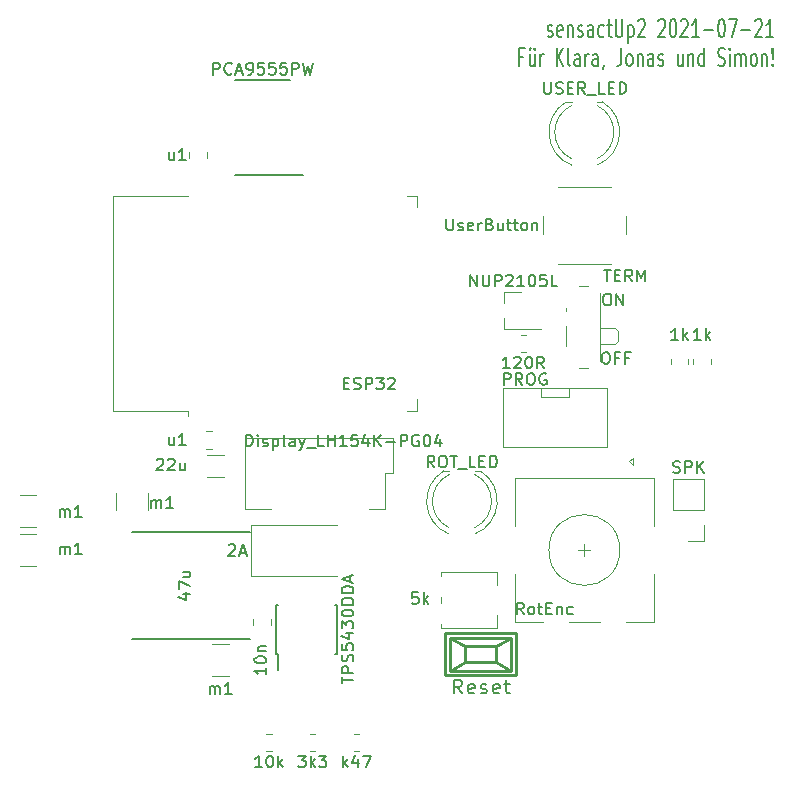
<source format=gbr>
G04 #@! TF.GenerationSoftware,KiCad,Pcbnew,(5.1.8)-1*
G04 #@! TF.CreationDate,2021-07-21T13:44:46+02:00*
G04 #@! TF.ProjectId,sensactUp2,73656e73-6163-4745-9570-322e6b696361,rev?*
G04 #@! TF.SameCoordinates,Original*
G04 #@! TF.FileFunction,Legend,Top*
G04 #@! TF.FilePolarity,Positive*
%FSLAX46Y46*%
G04 Gerber Fmt 4.6, Leading zero omitted, Abs format (unit mm)*
G04 Created by KiCad (PCBNEW (5.1.8)-1) date 2021-07-21 13:44:46*
%MOMM*%
%LPD*%
G01*
G04 APERTURE LIST*
%ADD10C,0.200000*%
%ADD11C,0.150000*%
%ADD12C,0.120000*%
%ADD13C,0.254000*%
%ADD14C,0.152400*%
G04 APERTURE END LIST*
D10*
X111394285Y-71010142D02*
X111489523Y-71081571D01*
X111680000Y-71081571D01*
X111775238Y-71010142D01*
X111822857Y-70867285D01*
X111822857Y-70795857D01*
X111775238Y-70653000D01*
X111680000Y-70581571D01*
X111537142Y-70581571D01*
X111441904Y-70510142D01*
X111394285Y-70367285D01*
X111394285Y-70295857D01*
X111441904Y-70153000D01*
X111537142Y-70081571D01*
X111680000Y-70081571D01*
X111775238Y-70153000D01*
X112632380Y-71010142D02*
X112537142Y-71081571D01*
X112346666Y-71081571D01*
X112251428Y-71010142D01*
X112203809Y-70867285D01*
X112203809Y-70295857D01*
X112251428Y-70153000D01*
X112346666Y-70081571D01*
X112537142Y-70081571D01*
X112632380Y-70153000D01*
X112680000Y-70295857D01*
X112680000Y-70438714D01*
X112203809Y-70581571D01*
X113108571Y-70081571D02*
X113108571Y-71081571D01*
X113108571Y-70224428D02*
X113156190Y-70153000D01*
X113251428Y-70081571D01*
X113394285Y-70081571D01*
X113489523Y-70153000D01*
X113537142Y-70295857D01*
X113537142Y-71081571D01*
X113965714Y-71010142D02*
X114060952Y-71081571D01*
X114251428Y-71081571D01*
X114346666Y-71010142D01*
X114394285Y-70867285D01*
X114394285Y-70795857D01*
X114346666Y-70653000D01*
X114251428Y-70581571D01*
X114108571Y-70581571D01*
X114013333Y-70510142D01*
X113965714Y-70367285D01*
X113965714Y-70295857D01*
X114013333Y-70153000D01*
X114108571Y-70081571D01*
X114251428Y-70081571D01*
X114346666Y-70153000D01*
X115251428Y-71081571D02*
X115251428Y-70295857D01*
X115203809Y-70153000D01*
X115108571Y-70081571D01*
X114918095Y-70081571D01*
X114822857Y-70153000D01*
X115251428Y-71010142D02*
X115156190Y-71081571D01*
X114918095Y-71081571D01*
X114822857Y-71010142D01*
X114775238Y-70867285D01*
X114775238Y-70724428D01*
X114822857Y-70581571D01*
X114918095Y-70510142D01*
X115156190Y-70510142D01*
X115251428Y-70438714D01*
X116156190Y-71010142D02*
X116060952Y-71081571D01*
X115870476Y-71081571D01*
X115775238Y-71010142D01*
X115727619Y-70938714D01*
X115680000Y-70795857D01*
X115680000Y-70367285D01*
X115727619Y-70224428D01*
X115775238Y-70153000D01*
X115870476Y-70081571D01*
X116060952Y-70081571D01*
X116156190Y-70153000D01*
X116441904Y-70081571D02*
X116822857Y-70081571D01*
X116584761Y-69581571D02*
X116584761Y-70867285D01*
X116632380Y-71010142D01*
X116727619Y-71081571D01*
X116822857Y-71081571D01*
X117156190Y-69581571D02*
X117156190Y-70795857D01*
X117203809Y-70938714D01*
X117251428Y-71010142D01*
X117346666Y-71081571D01*
X117537142Y-71081571D01*
X117632380Y-71010142D01*
X117680000Y-70938714D01*
X117727619Y-70795857D01*
X117727619Y-69581571D01*
X118203809Y-70081571D02*
X118203809Y-71581571D01*
X118203809Y-70153000D02*
X118299047Y-70081571D01*
X118489523Y-70081571D01*
X118584761Y-70153000D01*
X118632380Y-70224428D01*
X118680000Y-70367285D01*
X118680000Y-70795857D01*
X118632380Y-70938714D01*
X118584761Y-71010142D01*
X118489523Y-71081571D01*
X118299047Y-71081571D01*
X118203809Y-71010142D01*
X119060952Y-69724428D02*
X119108571Y-69653000D01*
X119203809Y-69581571D01*
X119441904Y-69581571D01*
X119537142Y-69653000D01*
X119584761Y-69724428D01*
X119632380Y-69867285D01*
X119632380Y-70010142D01*
X119584761Y-70224428D01*
X119013333Y-71081571D01*
X119632380Y-71081571D01*
X120775238Y-69724428D02*
X120822857Y-69653000D01*
X120918095Y-69581571D01*
X121156190Y-69581571D01*
X121251428Y-69653000D01*
X121299047Y-69724428D01*
X121346666Y-69867285D01*
X121346666Y-70010142D01*
X121299047Y-70224428D01*
X120727619Y-71081571D01*
X121346666Y-71081571D01*
X121965714Y-69581571D02*
X122060952Y-69581571D01*
X122156190Y-69653000D01*
X122203809Y-69724428D01*
X122251428Y-69867285D01*
X122299047Y-70153000D01*
X122299047Y-70510142D01*
X122251428Y-70795857D01*
X122203809Y-70938714D01*
X122156190Y-71010142D01*
X122060952Y-71081571D01*
X121965714Y-71081571D01*
X121870476Y-71010142D01*
X121822857Y-70938714D01*
X121775238Y-70795857D01*
X121727619Y-70510142D01*
X121727619Y-70153000D01*
X121775238Y-69867285D01*
X121822857Y-69724428D01*
X121870476Y-69653000D01*
X121965714Y-69581571D01*
X122680000Y-69724428D02*
X122727619Y-69653000D01*
X122822857Y-69581571D01*
X123060952Y-69581571D01*
X123156190Y-69653000D01*
X123203809Y-69724428D01*
X123251428Y-69867285D01*
X123251428Y-70010142D01*
X123203809Y-70224428D01*
X122632380Y-71081571D01*
X123251428Y-71081571D01*
X124203809Y-71081571D02*
X123632380Y-71081571D01*
X123918095Y-71081571D02*
X123918095Y-69581571D01*
X123822857Y-69795857D01*
X123727619Y-69938714D01*
X123632380Y-70010142D01*
X124632380Y-70510142D02*
X125394285Y-70510142D01*
X126060952Y-69581571D02*
X126156190Y-69581571D01*
X126251428Y-69653000D01*
X126299047Y-69724428D01*
X126346666Y-69867285D01*
X126394285Y-70153000D01*
X126394285Y-70510142D01*
X126346666Y-70795857D01*
X126299047Y-70938714D01*
X126251428Y-71010142D01*
X126156190Y-71081571D01*
X126060952Y-71081571D01*
X125965714Y-71010142D01*
X125918095Y-70938714D01*
X125870476Y-70795857D01*
X125822857Y-70510142D01*
X125822857Y-70153000D01*
X125870476Y-69867285D01*
X125918095Y-69724428D01*
X125965714Y-69653000D01*
X126060952Y-69581571D01*
X126727619Y-69581571D02*
X127394285Y-69581571D01*
X126965714Y-71081571D01*
X127775238Y-70510142D02*
X128537142Y-70510142D01*
X128965714Y-69724428D02*
X129013333Y-69653000D01*
X129108571Y-69581571D01*
X129346666Y-69581571D01*
X129441904Y-69653000D01*
X129489523Y-69724428D01*
X129537142Y-69867285D01*
X129537142Y-70010142D01*
X129489523Y-70224428D01*
X128918095Y-71081571D01*
X129537142Y-71081571D01*
X130489523Y-71081571D02*
X129918095Y-71081571D01*
X130203809Y-71081571D02*
X130203809Y-69581571D01*
X130108571Y-69795857D01*
X130013333Y-69938714D01*
X129918095Y-70010142D01*
X109346666Y-72745857D02*
X109013333Y-72745857D01*
X109013333Y-73531571D02*
X109013333Y-72031571D01*
X109489523Y-72031571D01*
X110299047Y-72531571D02*
X110299047Y-73531571D01*
X109870476Y-72531571D02*
X109870476Y-73317285D01*
X109918095Y-73460142D01*
X110013333Y-73531571D01*
X110156190Y-73531571D01*
X110251428Y-73460142D01*
X110299047Y-73388714D01*
X109918095Y-72031571D02*
X109965714Y-72103000D01*
X109918095Y-72174428D01*
X109870476Y-72103000D01*
X109918095Y-72031571D01*
X109918095Y-72174428D01*
X110299047Y-72031571D02*
X110346666Y-72103000D01*
X110299047Y-72174428D01*
X110251428Y-72103000D01*
X110299047Y-72031571D01*
X110299047Y-72174428D01*
X110775238Y-73531571D02*
X110775238Y-72531571D01*
X110775238Y-72817285D02*
X110822857Y-72674428D01*
X110870476Y-72603000D01*
X110965714Y-72531571D01*
X111060952Y-72531571D01*
X112156190Y-73531571D02*
X112156190Y-72031571D01*
X112727619Y-73531571D02*
X112299047Y-72674428D01*
X112727619Y-72031571D02*
X112156190Y-72888714D01*
X113299047Y-73531571D02*
X113203809Y-73460142D01*
X113156190Y-73317285D01*
X113156190Y-72031571D01*
X114108571Y-73531571D02*
X114108571Y-72745857D01*
X114060952Y-72603000D01*
X113965714Y-72531571D01*
X113775238Y-72531571D01*
X113680000Y-72603000D01*
X114108571Y-73460142D02*
X114013333Y-73531571D01*
X113775238Y-73531571D01*
X113680000Y-73460142D01*
X113632380Y-73317285D01*
X113632380Y-73174428D01*
X113680000Y-73031571D01*
X113775238Y-72960142D01*
X114013333Y-72960142D01*
X114108571Y-72888714D01*
X114584761Y-73531571D02*
X114584761Y-72531571D01*
X114584761Y-72817285D02*
X114632380Y-72674428D01*
X114680000Y-72603000D01*
X114775238Y-72531571D01*
X114870476Y-72531571D01*
X115632380Y-73531571D02*
X115632380Y-72745857D01*
X115584761Y-72603000D01*
X115489523Y-72531571D01*
X115299047Y-72531571D01*
X115203809Y-72603000D01*
X115632380Y-73460142D02*
X115537142Y-73531571D01*
X115299047Y-73531571D01*
X115203809Y-73460142D01*
X115156190Y-73317285D01*
X115156190Y-73174428D01*
X115203809Y-73031571D01*
X115299047Y-72960142D01*
X115537142Y-72960142D01*
X115632380Y-72888714D01*
X116156190Y-73460142D02*
X116156190Y-73531571D01*
X116108571Y-73674428D01*
X116060952Y-73745857D01*
X117632380Y-72031571D02*
X117632380Y-73103000D01*
X117584761Y-73317285D01*
X117489523Y-73460142D01*
X117346666Y-73531571D01*
X117251428Y-73531571D01*
X118251428Y-73531571D02*
X118156190Y-73460142D01*
X118108571Y-73388714D01*
X118060952Y-73245857D01*
X118060952Y-72817285D01*
X118108571Y-72674428D01*
X118156190Y-72603000D01*
X118251428Y-72531571D01*
X118394285Y-72531571D01*
X118489523Y-72603000D01*
X118537142Y-72674428D01*
X118584761Y-72817285D01*
X118584761Y-73245857D01*
X118537142Y-73388714D01*
X118489523Y-73460142D01*
X118394285Y-73531571D01*
X118251428Y-73531571D01*
X119013333Y-72531571D02*
X119013333Y-73531571D01*
X119013333Y-72674428D02*
X119060952Y-72603000D01*
X119156190Y-72531571D01*
X119299047Y-72531571D01*
X119394285Y-72603000D01*
X119441904Y-72745857D01*
X119441904Y-73531571D01*
X120346666Y-73531571D02*
X120346666Y-72745857D01*
X120299047Y-72603000D01*
X120203809Y-72531571D01*
X120013333Y-72531571D01*
X119918095Y-72603000D01*
X120346666Y-73460142D02*
X120251428Y-73531571D01*
X120013333Y-73531571D01*
X119918095Y-73460142D01*
X119870476Y-73317285D01*
X119870476Y-73174428D01*
X119918095Y-73031571D01*
X120013333Y-72960142D01*
X120251428Y-72960142D01*
X120346666Y-72888714D01*
X120775238Y-73460142D02*
X120870476Y-73531571D01*
X121060952Y-73531571D01*
X121156190Y-73460142D01*
X121203809Y-73317285D01*
X121203809Y-73245857D01*
X121156190Y-73103000D01*
X121060952Y-73031571D01*
X120918095Y-73031571D01*
X120822857Y-72960142D01*
X120775238Y-72817285D01*
X120775238Y-72745857D01*
X120822857Y-72603000D01*
X120918095Y-72531571D01*
X121060952Y-72531571D01*
X121156190Y-72603000D01*
X122822857Y-72531571D02*
X122822857Y-73531571D01*
X122394285Y-72531571D02*
X122394285Y-73317285D01*
X122441904Y-73460142D01*
X122537142Y-73531571D01*
X122680000Y-73531571D01*
X122775238Y-73460142D01*
X122822857Y-73388714D01*
X123299047Y-72531571D02*
X123299047Y-73531571D01*
X123299047Y-72674428D02*
X123346666Y-72603000D01*
X123441904Y-72531571D01*
X123584761Y-72531571D01*
X123680000Y-72603000D01*
X123727619Y-72745857D01*
X123727619Y-73531571D01*
X124632380Y-73531571D02*
X124632380Y-72031571D01*
X124632380Y-73460142D02*
X124537142Y-73531571D01*
X124346666Y-73531571D01*
X124251428Y-73460142D01*
X124203809Y-73388714D01*
X124156190Y-73245857D01*
X124156190Y-72817285D01*
X124203809Y-72674428D01*
X124251428Y-72603000D01*
X124346666Y-72531571D01*
X124537142Y-72531571D01*
X124632380Y-72603000D01*
X125822857Y-73460142D02*
X125965714Y-73531571D01*
X126203809Y-73531571D01*
X126299047Y-73460142D01*
X126346666Y-73388714D01*
X126394285Y-73245857D01*
X126394285Y-73103000D01*
X126346666Y-72960142D01*
X126299047Y-72888714D01*
X126203809Y-72817285D01*
X126013333Y-72745857D01*
X125918095Y-72674428D01*
X125870476Y-72603000D01*
X125822857Y-72460142D01*
X125822857Y-72317285D01*
X125870476Y-72174428D01*
X125918095Y-72103000D01*
X126013333Y-72031571D01*
X126251428Y-72031571D01*
X126394285Y-72103000D01*
X126822857Y-73531571D02*
X126822857Y-72531571D01*
X126822857Y-72031571D02*
X126775238Y-72103000D01*
X126822857Y-72174428D01*
X126870476Y-72103000D01*
X126822857Y-72031571D01*
X126822857Y-72174428D01*
X127299047Y-73531571D02*
X127299047Y-72531571D01*
X127299047Y-72674428D02*
X127346666Y-72603000D01*
X127441904Y-72531571D01*
X127584761Y-72531571D01*
X127680000Y-72603000D01*
X127727619Y-72745857D01*
X127727619Y-73531571D01*
X127727619Y-72745857D02*
X127775238Y-72603000D01*
X127870476Y-72531571D01*
X128013333Y-72531571D01*
X128108571Y-72603000D01*
X128156190Y-72745857D01*
X128156190Y-73531571D01*
X128775238Y-73531571D02*
X128680000Y-73460142D01*
X128632380Y-73388714D01*
X128584761Y-73245857D01*
X128584761Y-72817285D01*
X128632380Y-72674428D01*
X128680000Y-72603000D01*
X128775238Y-72531571D01*
X128918095Y-72531571D01*
X129013333Y-72603000D01*
X129060952Y-72674428D01*
X129108571Y-72817285D01*
X129108571Y-73245857D01*
X129060952Y-73388714D01*
X129013333Y-73460142D01*
X128918095Y-73531571D01*
X128775238Y-73531571D01*
X129537142Y-72531571D02*
X129537142Y-73531571D01*
X129537142Y-72674428D02*
X129584761Y-72603000D01*
X129680000Y-72531571D01*
X129822857Y-72531571D01*
X129918095Y-72603000D01*
X129965714Y-72745857D01*
X129965714Y-73531571D01*
X130441904Y-73388714D02*
X130489523Y-73460142D01*
X130441904Y-73531571D01*
X130394285Y-73460142D01*
X130441904Y-73388714D01*
X130441904Y-73531571D01*
X130441904Y-72960142D02*
X130394285Y-72103000D01*
X130441904Y-72031571D01*
X130489523Y-72103000D01*
X130441904Y-72960142D01*
X130441904Y-72031571D01*
D11*
X116223071Y-97750380D02*
X116413547Y-97750380D01*
X116508785Y-97798000D01*
X116604023Y-97893238D01*
X116651642Y-98083714D01*
X116651642Y-98417047D01*
X116604023Y-98607523D01*
X116508785Y-98702761D01*
X116413547Y-98750380D01*
X116223071Y-98750380D01*
X116127833Y-98702761D01*
X116032595Y-98607523D01*
X115984976Y-98417047D01*
X115984976Y-98083714D01*
X116032595Y-97893238D01*
X116127833Y-97798000D01*
X116223071Y-97750380D01*
X117413547Y-98226571D02*
X117080214Y-98226571D01*
X117080214Y-98750380D02*
X117080214Y-97750380D01*
X117556404Y-97750380D01*
X118270690Y-98226571D02*
X117937357Y-98226571D01*
X117937357Y-98750380D02*
X117937357Y-97750380D01*
X118413547Y-97750380D01*
X116350071Y-92797380D02*
X116540547Y-92797380D01*
X116635785Y-92845000D01*
X116731023Y-92940238D01*
X116778642Y-93130714D01*
X116778642Y-93464047D01*
X116731023Y-93654523D01*
X116635785Y-93749761D01*
X116540547Y-93797380D01*
X116350071Y-93797380D01*
X116254833Y-93749761D01*
X116159595Y-93654523D01*
X116111976Y-93464047D01*
X116111976Y-93130714D01*
X116159595Y-92940238D01*
X116254833Y-92845000D01*
X116350071Y-92797380D01*
X117207214Y-93797380D02*
X117207214Y-92797380D01*
X117778642Y-93797380D01*
X117778642Y-92797380D01*
X89574000Y-82740000D02*
X90649000Y-82740000D01*
X89574000Y-74715000D02*
X84924000Y-74715000D01*
X89574000Y-82765000D02*
X84924000Y-82765000D01*
X89574000Y-74715000D02*
X89574000Y-74740000D01*
X84924000Y-74715000D02*
X84924000Y-74740000D01*
X84924000Y-82765000D02*
X84924000Y-82740000D01*
X89574000Y-82765000D02*
X89574000Y-82740000D01*
D12*
X116045000Y-76561000D02*
X115580000Y-76561000D01*
X113420000Y-76561000D02*
X112955000Y-76561000D01*
X113419571Y-81375479D02*
G75*
G02*
X113420000Y-76866316I1080429J2254479D01*
G01*
X115580429Y-81375479D02*
G75*
G03*
X115580000Y-76866316I-1080429J2254479D01*
G01*
X113419173Y-81908815D02*
G75*
G02*
X112955170Y-76561000I1080827J2787815D01*
G01*
X115580827Y-81908815D02*
G75*
G03*
X116044830Y-76561000I-1080827J2787815D01*
G01*
X81053000Y-81287252D02*
X81053000Y-80764748D01*
X82523000Y-81287252D02*
X82523000Y-80764748D01*
X114817000Y-92181000D02*
X114027000Y-92181000D01*
X114027000Y-99081000D02*
X114817000Y-99081000D01*
X112977000Y-97231000D02*
X112977000Y-95531000D01*
X115827000Y-98481000D02*
X115827000Y-92781000D01*
X117117000Y-95731000D02*
X115827000Y-95731000D01*
X117327000Y-96831000D02*
X117327000Y-95931000D01*
X115827000Y-97031000D02*
X117117000Y-97031000D01*
X117117000Y-95731000D02*
X117327000Y-95931000D01*
X117117000Y-97031000D02*
X117327000Y-96831000D01*
X112977000Y-94231000D02*
X112977000Y-94031000D01*
X109119936Y-97763000D02*
X109574064Y-97763000D01*
X109119936Y-96293000D02*
X109574064Y-96293000D01*
X107698000Y-92654000D02*
X109158000Y-92654000D01*
X107698000Y-95814000D02*
X110858000Y-95814000D01*
X107698000Y-95814000D02*
X107698000Y-94884000D01*
X107698000Y-92654000D02*
X107698000Y-93584000D01*
X116750000Y-83750000D02*
X112250000Y-83750000D01*
X118000000Y-87750000D02*
X118000000Y-86250000D01*
X112250000Y-90250000D02*
X116750000Y-90250000D01*
X111000000Y-86250000D02*
X111000000Y-87750000D01*
X87941000Y-111000000D02*
X85741000Y-111000000D01*
X85741000Y-111000000D02*
X85741000Y-105000000D01*
X85741000Y-105000000D02*
X98341000Y-105000000D01*
X98341000Y-105000000D02*
X98341000Y-108000000D01*
X98341000Y-108000000D02*
X97641000Y-108000000D01*
X97641000Y-108000000D02*
X97641000Y-111000000D01*
X97641000Y-111000000D02*
X96241000Y-111000000D01*
X99524000Y-102736000D02*
X100304000Y-102736000D01*
X100304000Y-102736000D02*
X100304000Y-101736000D01*
X99524000Y-84496000D02*
X100304000Y-84496000D01*
X100304000Y-84496000D02*
X100304000Y-85496000D01*
X74559000Y-102736000D02*
X74559000Y-84496000D01*
X74559000Y-84496000D02*
X80979000Y-84496000D01*
X74559000Y-102736000D02*
X80979000Y-102736000D01*
X80979000Y-102736000D02*
X80979000Y-103116000D01*
D11*
X88570000Y-123275000D02*
X88570000Y-124675000D01*
X93575000Y-123275000D02*
X93575000Y-119125000D01*
X88425000Y-123275000D02*
X88425000Y-119125000D01*
X93575000Y-123275000D02*
X93430000Y-123275000D01*
X93575000Y-119125000D02*
X93430000Y-119125000D01*
X88425000Y-119125000D02*
X88570000Y-119125000D01*
X88425000Y-123275000D02*
X88570000Y-123275000D01*
D12*
X117500000Y-114500000D02*
G75*
G03*
X117500000Y-114500000I-3000000J0D01*
G01*
X120400000Y-116500000D02*
X120400000Y-120600000D01*
X108600000Y-120600000D02*
X108600000Y-116500000D01*
X108600000Y-112500000D02*
X108600000Y-108400000D01*
X120400000Y-112500000D02*
X120400000Y-108400000D01*
X120400000Y-108400000D02*
X108600000Y-108400000D01*
X118300000Y-107000000D02*
X118600000Y-106700000D01*
X118600000Y-106700000D02*
X118600000Y-107300000D01*
X118600000Y-107300000D02*
X118300000Y-107000000D01*
X120400000Y-120600000D02*
X118000000Y-120600000D01*
X115800000Y-120600000D02*
X113200000Y-120600000D01*
X111000000Y-120600000D02*
X108600000Y-120600000D01*
X115000000Y-114500000D02*
X114000000Y-114500000D01*
X114500000Y-114000000D02*
X114500000Y-115000000D01*
D13*
X102727260Y-125117860D02*
X102727260Y-121516140D01*
X108726740Y-125117860D02*
X102727260Y-125117860D01*
X108726740Y-121516140D02*
X108726740Y-125117860D01*
X102727260Y-121516140D02*
X108726740Y-121516140D01*
X104426520Y-124018040D02*
X104426520Y-122615960D01*
X107027480Y-124018040D02*
X104426520Y-124018040D01*
X107027480Y-122615960D02*
X107027480Y-124018040D01*
X104426520Y-122615960D02*
X107027480Y-122615960D01*
X103126040Y-124716540D02*
X103126040Y-121917460D01*
X108327960Y-124716540D02*
X103126040Y-124716540D01*
X108327960Y-121917460D02*
X108327960Y-124716540D01*
X103126040Y-121917460D02*
X108327960Y-121917460D01*
X103126040Y-121917460D02*
X104426520Y-122615960D01*
X104426520Y-124018040D02*
X103126040Y-124716540D01*
X107027480Y-124018040D02*
X108327960Y-124716540D01*
X107027480Y-122615960D02*
X108327960Y-121917460D01*
D12*
X102405000Y-116375000D02*
X107145000Y-116375000D01*
X102405000Y-121115000D02*
X107145000Y-121115000D01*
X107145000Y-117505000D02*
X107145000Y-116375000D01*
X107145000Y-121115000D02*
X107145000Y-119985000D01*
X102405000Y-119004000D02*
X102405000Y-118485000D01*
X102405000Y-121115000D02*
X102405000Y-120784000D01*
X102405000Y-116705000D02*
X102405000Y-116375000D01*
X94972936Y-131535000D02*
X95427064Y-131535000D01*
X94972936Y-130065000D02*
X95427064Y-130065000D01*
X91272936Y-131535000D02*
X91727064Y-131535000D01*
X91272936Y-130065000D02*
X91727064Y-130065000D01*
X87572936Y-131535000D02*
X88027064Y-131535000D01*
X87572936Y-130065000D02*
X88027064Y-130065000D01*
D11*
X76200000Y-113000000D02*
X86200000Y-113000000D01*
X76200000Y-122000000D02*
X86200000Y-122000000D01*
D12*
X124647000Y-113725000D02*
X123317000Y-113725000D01*
X124647000Y-112395000D02*
X124647000Y-113725000D01*
X124647000Y-111125000D02*
X121987000Y-111125000D01*
X121987000Y-111125000D02*
X121987000Y-108525000D01*
X124647000Y-111125000D02*
X124647000Y-108525000D01*
X124647000Y-108525000D02*
X121987000Y-108525000D01*
X112014000Y-105751000D02*
X116414000Y-105751000D01*
X116414000Y-105751000D02*
X116414000Y-100751000D01*
X116414000Y-100751000D02*
X107614000Y-100751000D01*
X107614000Y-100751000D02*
X107614000Y-105751000D01*
X107614000Y-105751000D02*
X112014000Y-105751000D01*
X113214000Y-100751000D02*
X113214000Y-101551000D01*
X113214000Y-101551000D02*
X110814000Y-101551000D01*
X110814000Y-101551000D02*
X110814000Y-100751000D01*
X86300000Y-112404000D02*
X93600000Y-112404000D01*
X86300000Y-116704000D02*
X93600000Y-116704000D01*
X86300000Y-112404000D02*
X86300000Y-116704000D01*
X103060000Y-107803000D02*
X102595000Y-107803000D01*
X105685000Y-107803000D02*
X105220000Y-107803000D01*
X103059571Y-112617479D02*
G75*
G02*
X103060000Y-108108316I1080429J2254479D01*
G01*
X105220429Y-112617479D02*
G75*
G03*
X105220000Y-108108316I-1080429J2254479D01*
G01*
X103059173Y-113150815D02*
G75*
G02*
X102595170Y-107803000I1080827J2787815D01*
G01*
X105220827Y-113150815D02*
G75*
G03*
X105684830Y-107803000I-1080827J2787815D01*
G01*
X77560000Y-111111252D02*
X77560000Y-109688748D01*
X74840000Y-111111252D02*
X74840000Y-109688748D01*
X68111252Y-113140000D02*
X66688748Y-113140000D01*
X68111252Y-115860000D02*
X66688748Y-115860000D01*
X68111252Y-109840000D02*
X66688748Y-109840000D01*
X68111252Y-112560000D02*
X66688748Y-112560000D01*
X84411252Y-122440000D02*
X82988748Y-122440000D01*
X84411252Y-125160000D02*
X82988748Y-125160000D01*
X86465000Y-120338748D02*
X86465000Y-120861252D01*
X87935000Y-120338748D02*
X87935000Y-120861252D01*
X82961252Y-104465000D02*
X82438748Y-104465000D01*
X82961252Y-105935000D02*
X82438748Y-105935000D01*
X83953252Y-106490000D02*
X82530748Y-106490000D01*
X83953252Y-108310000D02*
X82530748Y-108310000D01*
X123290000Y-98779064D02*
X123290000Y-98324936D01*
X121820000Y-98779064D02*
X121820000Y-98324936D01*
X125195000Y-98779064D02*
X125195000Y-98324936D01*
X123725000Y-98779064D02*
X123725000Y-98324936D01*
D11*
X83082333Y-74242380D02*
X83082333Y-73242380D01*
X83463285Y-73242380D01*
X83558523Y-73290000D01*
X83606142Y-73337619D01*
X83653761Y-73432857D01*
X83653761Y-73575714D01*
X83606142Y-73670952D01*
X83558523Y-73718571D01*
X83463285Y-73766190D01*
X83082333Y-73766190D01*
X84653761Y-74147142D02*
X84606142Y-74194761D01*
X84463285Y-74242380D01*
X84368047Y-74242380D01*
X84225190Y-74194761D01*
X84129952Y-74099523D01*
X84082333Y-74004285D01*
X84034714Y-73813809D01*
X84034714Y-73670952D01*
X84082333Y-73480476D01*
X84129952Y-73385238D01*
X84225190Y-73290000D01*
X84368047Y-73242380D01*
X84463285Y-73242380D01*
X84606142Y-73290000D01*
X84653761Y-73337619D01*
X85034714Y-73956666D02*
X85510904Y-73956666D01*
X84939476Y-74242380D02*
X85272809Y-73242380D01*
X85606142Y-74242380D01*
X85987095Y-74242380D02*
X86177571Y-74242380D01*
X86272809Y-74194761D01*
X86320428Y-74147142D01*
X86415666Y-74004285D01*
X86463285Y-73813809D01*
X86463285Y-73432857D01*
X86415666Y-73337619D01*
X86368047Y-73290000D01*
X86272809Y-73242380D01*
X86082333Y-73242380D01*
X85987095Y-73290000D01*
X85939476Y-73337619D01*
X85891857Y-73432857D01*
X85891857Y-73670952D01*
X85939476Y-73766190D01*
X85987095Y-73813809D01*
X86082333Y-73861428D01*
X86272809Y-73861428D01*
X86368047Y-73813809D01*
X86415666Y-73766190D01*
X86463285Y-73670952D01*
X87368047Y-73242380D02*
X86891857Y-73242380D01*
X86844238Y-73718571D01*
X86891857Y-73670952D01*
X86987095Y-73623333D01*
X87225190Y-73623333D01*
X87320428Y-73670952D01*
X87368047Y-73718571D01*
X87415666Y-73813809D01*
X87415666Y-74051904D01*
X87368047Y-74147142D01*
X87320428Y-74194761D01*
X87225190Y-74242380D01*
X86987095Y-74242380D01*
X86891857Y-74194761D01*
X86844238Y-74147142D01*
X88320428Y-73242380D02*
X87844238Y-73242380D01*
X87796619Y-73718571D01*
X87844238Y-73670952D01*
X87939476Y-73623333D01*
X88177571Y-73623333D01*
X88272809Y-73670952D01*
X88320428Y-73718571D01*
X88368047Y-73813809D01*
X88368047Y-74051904D01*
X88320428Y-74147142D01*
X88272809Y-74194761D01*
X88177571Y-74242380D01*
X87939476Y-74242380D01*
X87844238Y-74194761D01*
X87796619Y-74147142D01*
X89272809Y-73242380D02*
X88796619Y-73242380D01*
X88749000Y-73718571D01*
X88796619Y-73670952D01*
X88891857Y-73623333D01*
X89129952Y-73623333D01*
X89225190Y-73670952D01*
X89272809Y-73718571D01*
X89320428Y-73813809D01*
X89320428Y-74051904D01*
X89272809Y-74147142D01*
X89225190Y-74194761D01*
X89129952Y-74242380D01*
X88891857Y-74242380D01*
X88796619Y-74194761D01*
X88749000Y-74147142D01*
X89749000Y-74242380D02*
X89749000Y-73242380D01*
X90129952Y-73242380D01*
X90225190Y-73290000D01*
X90272809Y-73337619D01*
X90320428Y-73432857D01*
X90320428Y-73575714D01*
X90272809Y-73670952D01*
X90225190Y-73718571D01*
X90129952Y-73766190D01*
X89749000Y-73766190D01*
X90653761Y-73242380D02*
X90891857Y-74242380D01*
X91082333Y-73528095D01*
X91272809Y-74242380D01*
X91510904Y-73242380D01*
X111101619Y-74890380D02*
X111101619Y-75699904D01*
X111149238Y-75795142D01*
X111196857Y-75842761D01*
X111292095Y-75890380D01*
X111482571Y-75890380D01*
X111577809Y-75842761D01*
X111625428Y-75795142D01*
X111673047Y-75699904D01*
X111673047Y-74890380D01*
X112101619Y-75842761D02*
X112244476Y-75890380D01*
X112482571Y-75890380D01*
X112577809Y-75842761D01*
X112625428Y-75795142D01*
X112673047Y-75699904D01*
X112673047Y-75604666D01*
X112625428Y-75509428D01*
X112577809Y-75461809D01*
X112482571Y-75414190D01*
X112292095Y-75366571D01*
X112196857Y-75318952D01*
X112149238Y-75271333D01*
X112101619Y-75176095D01*
X112101619Y-75080857D01*
X112149238Y-74985619D01*
X112196857Y-74938000D01*
X112292095Y-74890380D01*
X112530190Y-74890380D01*
X112673047Y-74938000D01*
X113101619Y-75366571D02*
X113434952Y-75366571D01*
X113577809Y-75890380D02*
X113101619Y-75890380D01*
X113101619Y-74890380D01*
X113577809Y-74890380D01*
X114577809Y-75890380D02*
X114244476Y-75414190D01*
X114006380Y-75890380D02*
X114006380Y-74890380D01*
X114387333Y-74890380D01*
X114482571Y-74938000D01*
X114530190Y-74985619D01*
X114577809Y-75080857D01*
X114577809Y-75223714D01*
X114530190Y-75318952D01*
X114482571Y-75366571D01*
X114387333Y-75414190D01*
X114006380Y-75414190D01*
X114768285Y-75985619D02*
X115530190Y-75985619D01*
X116244476Y-75890380D02*
X115768285Y-75890380D01*
X115768285Y-74890380D01*
X116577809Y-75366571D02*
X116911142Y-75366571D01*
X117054000Y-75890380D02*
X116577809Y-75890380D01*
X116577809Y-74890380D01*
X117054000Y-74890380D01*
X117482571Y-75890380D02*
X117482571Y-74890380D01*
X117720666Y-74890380D01*
X117863523Y-74938000D01*
X117958761Y-75033238D01*
X118006380Y-75128476D01*
X118054000Y-75318952D01*
X118054000Y-75461809D01*
X118006380Y-75652285D01*
X117958761Y-75747523D01*
X117863523Y-75842761D01*
X117720666Y-75890380D01*
X117482571Y-75890380D01*
X79748095Y-80811714D02*
X79748095Y-81478380D01*
X79319523Y-80811714D02*
X79319523Y-81335523D01*
X79367142Y-81430761D01*
X79462380Y-81478380D01*
X79605238Y-81478380D01*
X79700476Y-81430761D01*
X79748095Y-81383142D01*
X80748095Y-81478380D02*
X80176666Y-81478380D01*
X80462380Y-81478380D02*
X80462380Y-80478380D01*
X80367142Y-80621238D01*
X80271904Y-80716476D01*
X80176666Y-80764095D01*
X116173476Y-90765380D02*
X116744904Y-90765380D01*
X116459190Y-91765380D02*
X116459190Y-90765380D01*
X117078238Y-91241571D02*
X117411571Y-91241571D01*
X117554428Y-91765380D02*
X117078238Y-91765380D01*
X117078238Y-90765380D01*
X117554428Y-90765380D01*
X118554428Y-91765380D02*
X118221095Y-91289190D01*
X117983000Y-91765380D02*
X117983000Y-90765380D01*
X118363952Y-90765380D01*
X118459190Y-90813000D01*
X118506809Y-90860619D01*
X118554428Y-90955857D01*
X118554428Y-91098714D01*
X118506809Y-91193952D01*
X118459190Y-91241571D01*
X118363952Y-91289190D01*
X117983000Y-91289190D01*
X118983000Y-91765380D02*
X118983000Y-90765380D01*
X119316333Y-91479666D01*
X119649666Y-90765380D01*
X119649666Y-91765380D01*
X108180333Y-99130380D02*
X107608904Y-99130380D01*
X107894619Y-99130380D02*
X107894619Y-98130380D01*
X107799380Y-98273238D01*
X107704142Y-98368476D01*
X107608904Y-98416095D01*
X108561285Y-98225619D02*
X108608904Y-98178000D01*
X108704142Y-98130380D01*
X108942238Y-98130380D01*
X109037476Y-98178000D01*
X109085095Y-98225619D01*
X109132714Y-98320857D01*
X109132714Y-98416095D01*
X109085095Y-98558952D01*
X108513666Y-99130380D01*
X109132714Y-99130380D01*
X109751761Y-98130380D02*
X109847000Y-98130380D01*
X109942238Y-98178000D01*
X109989857Y-98225619D01*
X110037476Y-98320857D01*
X110085095Y-98511333D01*
X110085095Y-98749428D01*
X110037476Y-98939904D01*
X109989857Y-99035142D01*
X109942238Y-99082761D01*
X109847000Y-99130380D01*
X109751761Y-99130380D01*
X109656523Y-99082761D01*
X109608904Y-99035142D01*
X109561285Y-98939904D01*
X109513666Y-98749428D01*
X109513666Y-98511333D01*
X109561285Y-98320857D01*
X109608904Y-98225619D01*
X109656523Y-98178000D01*
X109751761Y-98130380D01*
X111085095Y-99130380D02*
X110751761Y-98654190D01*
X110513666Y-99130380D02*
X110513666Y-98130380D01*
X110894619Y-98130380D01*
X110989857Y-98178000D01*
X111037476Y-98225619D01*
X111085095Y-98320857D01*
X111085095Y-98463714D01*
X111037476Y-98558952D01*
X110989857Y-98606571D01*
X110894619Y-98654190D01*
X110513666Y-98654190D01*
X104838952Y-92186380D02*
X104838952Y-91186380D01*
X105410380Y-92186380D01*
X105410380Y-91186380D01*
X105886571Y-91186380D02*
X105886571Y-91995904D01*
X105934190Y-92091142D01*
X105981809Y-92138761D01*
X106077047Y-92186380D01*
X106267523Y-92186380D01*
X106362761Y-92138761D01*
X106410380Y-92091142D01*
X106458000Y-91995904D01*
X106458000Y-91186380D01*
X106934190Y-92186380D02*
X106934190Y-91186380D01*
X107315142Y-91186380D01*
X107410380Y-91234000D01*
X107458000Y-91281619D01*
X107505619Y-91376857D01*
X107505619Y-91519714D01*
X107458000Y-91614952D01*
X107410380Y-91662571D01*
X107315142Y-91710190D01*
X106934190Y-91710190D01*
X107886571Y-91281619D02*
X107934190Y-91234000D01*
X108029428Y-91186380D01*
X108267523Y-91186380D01*
X108362761Y-91234000D01*
X108410380Y-91281619D01*
X108458000Y-91376857D01*
X108458000Y-91472095D01*
X108410380Y-91614952D01*
X107838952Y-92186380D01*
X108458000Y-92186380D01*
X109410380Y-92186380D02*
X108838952Y-92186380D01*
X109124666Y-92186380D02*
X109124666Y-91186380D01*
X109029428Y-91329238D01*
X108934190Y-91424476D01*
X108838952Y-91472095D01*
X110029428Y-91186380D02*
X110124666Y-91186380D01*
X110219904Y-91234000D01*
X110267523Y-91281619D01*
X110315142Y-91376857D01*
X110362761Y-91567333D01*
X110362761Y-91805428D01*
X110315142Y-91995904D01*
X110267523Y-92091142D01*
X110219904Y-92138761D01*
X110124666Y-92186380D01*
X110029428Y-92186380D01*
X109934190Y-92138761D01*
X109886571Y-92091142D01*
X109838952Y-91995904D01*
X109791333Y-91805428D01*
X109791333Y-91567333D01*
X109838952Y-91376857D01*
X109886571Y-91281619D01*
X109934190Y-91234000D01*
X110029428Y-91186380D01*
X111267523Y-91186380D02*
X110791333Y-91186380D01*
X110743714Y-91662571D01*
X110791333Y-91614952D01*
X110886571Y-91567333D01*
X111124666Y-91567333D01*
X111219904Y-91614952D01*
X111267523Y-91662571D01*
X111315142Y-91757809D01*
X111315142Y-91995904D01*
X111267523Y-92091142D01*
X111219904Y-92138761D01*
X111124666Y-92186380D01*
X110886571Y-92186380D01*
X110791333Y-92138761D01*
X110743714Y-92091142D01*
X112219904Y-92186380D02*
X111743714Y-92186380D01*
X111743714Y-91186380D01*
X102822857Y-86447380D02*
X102822857Y-87256904D01*
X102870476Y-87352142D01*
X102918095Y-87399761D01*
X103013333Y-87447380D01*
X103203809Y-87447380D01*
X103299047Y-87399761D01*
X103346666Y-87352142D01*
X103394285Y-87256904D01*
X103394285Y-86447380D01*
X103822857Y-87399761D02*
X103918095Y-87447380D01*
X104108571Y-87447380D01*
X104203809Y-87399761D01*
X104251428Y-87304523D01*
X104251428Y-87256904D01*
X104203809Y-87161666D01*
X104108571Y-87114047D01*
X103965714Y-87114047D01*
X103870476Y-87066428D01*
X103822857Y-86971190D01*
X103822857Y-86923571D01*
X103870476Y-86828333D01*
X103965714Y-86780714D01*
X104108571Y-86780714D01*
X104203809Y-86828333D01*
X105060952Y-87399761D02*
X104965714Y-87447380D01*
X104775238Y-87447380D01*
X104680000Y-87399761D01*
X104632380Y-87304523D01*
X104632380Y-86923571D01*
X104680000Y-86828333D01*
X104775238Y-86780714D01*
X104965714Y-86780714D01*
X105060952Y-86828333D01*
X105108571Y-86923571D01*
X105108571Y-87018809D01*
X104632380Y-87114047D01*
X105537142Y-87447380D02*
X105537142Y-86780714D01*
X105537142Y-86971190D02*
X105584761Y-86875952D01*
X105632380Y-86828333D01*
X105727619Y-86780714D01*
X105822857Y-86780714D01*
X106489523Y-86923571D02*
X106632380Y-86971190D01*
X106680000Y-87018809D01*
X106727619Y-87114047D01*
X106727619Y-87256904D01*
X106680000Y-87352142D01*
X106632380Y-87399761D01*
X106537142Y-87447380D01*
X106156190Y-87447380D01*
X106156190Y-86447380D01*
X106489523Y-86447380D01*
X106584761Y-86495000D01*
X106632380Y-86542619D01*
X106680000Y-86637857D01*
X106680000Y-86733095D01*
X106632380Y-86828333D01*
X106584761Y-86875952D01*
X106489523Y-86923571D01*
X106156190Y-86923571D01*
X107584761Y-86780714D02*
X107584761Y-87447380D01*
X107156190Y-86780714D02*
X107156190Y-87304523D01*
X107203809Y-87399761D01*
X107299047Y-87447380D01*
X107441904Y-87447380D01*
X107537142Y-87399761D01*
X107584761Y-87352142D01*
X107918095Y-86780714D02*
X108299047Y-86780714D01*
X108060952Y-86447380D02*
X108060952Y-87304523D01*
X108108571Y-87399761D01*
X108203809Y-87447380D01*
X108299047Y-87447380D01*
X108489523Y-86780714D02*
X108870476Y-86780714D01*
X108632380Y-86447380D02*
X108632380Y-87304523D01*
X108680000Y-87399761D01*
X108775238Y-87447380D01*
X108870476Y-87447380D01*
X109346666Y-87447380D02*
X109251428Y-87399761D01*
X109203809Y-87352142D01*
X109156190Y-87256904D01*
X109156190Y-86971190D01*
X109203809Y-86875952D01*
X109251428Y-86828333D01*
X109346666Y-86780714D01*
X109489523Y-86780714D01*
X109584761Y-86828333D01*
X109632380Y-86875952D01*
X109680000Y-86971190D01*
X109680000Y-87256904D01*
X109632380Y-87352142D01*
X109584761Y-87399761D01*
X109489523Y-87447380D01*
X109346666Y-87447380D01*
X110108571Y-86780714D02*
X110108571Y-87447380D01*
X110108571Y-86875952D02*
X110156190Y-86828333D01*
X110251428Y-86780714D01*
X110394285Y-86780714D01*
X110489523Y-86828333D01*
X110537142Y-86923571D01*
X110537142Y-87447380D01*
X85845095Y-105735380D02*
X85845095Y-104735380D01*
X86083190Y-104735380D01*
X86226047Y-104783000D01*
X86321285Y-104878238D01*
X86368904Y-104973476D01*
X86416523Y-105163952D01*
X86416523Y-105306809D01*
X86368904Y-105497285D01*
X86321285Y-105592523D01*
X86226047Y-105687761D01*
X86083190Y-105735380D01*
X85845095Y-105735380D01*
X86845095Y-105735380D02*
X86845095Y-105068714D01*
X86845095Y-104735380D02*
X86797476Y-104783000D01*
X86845095Y-104830619D01*
X86892714Y-104783000D01*
X86845095Y-104735380D01*
X86845095Y-104830619D01*
X87273666Y-105687761D02*
X87368904Y-105735380D01*
X87559380Y-105735380D01*
X87654619Y-105687761D01*
X87702238Y-105592523D01*
X87702238Y-105544904D01*
X87654619Y-105449666D01*
X87559380Y-105402047D01*
X87416523Y-105402047D01*
X87321285Y-105354428D01*
X87273666Y-105259190D01*
X87273666Y-105211571D01*
X87321285Y-105116333D01*
X87416523Y-105068714D01*
X87559380Y-105068714D01*
X87654619Y-105116333D01*
X88130809Y-105068714D02*
X88130809Y-106068714D01*
X88130809Y-105116333D02*
X88226047Y-105068714D01*
X88416523Y-105068714D01*
X88511761Y-105116333D01*
X88559380Y-105163952D01*
X88607000Y-105259190D01*
X88607000Y-105544904D01*
X88559380Y-105640142D01*
X88511761Y-105687761D01*
X88416523Y-105735380D01*
X88226047Y-105735380D01*
X88130809Y-105687761D01*
X89178428Y-105735380D02*
X89083190Y-105687761D01*
X89035571Y-105592523D01*
X89035571Y-104735380D01*
X89987952Y-105735380D02*
X89987952Y-105211571D01*
X89940333Y-105116333D01*
X89845095Y-105068714D01*
X89654619Y-105068714D01*
X89559380Y-105116333D01*
X89987952Y-105687761D02*
X89892714Y-105735380D01*
X89654619Y-105735380D01*
X89559380Y-105687761D01*
X89511761Y-105592523D01*
X89511761Y-105497285D01*
X89559380Y-105402047D01*
X89654619Y-105354428D01*
X89892714Y-105354428D01*
X89987952Y-105306809D01*
X90368904Y-105068714D02*
X90607000Y-105735380D01*
X90845095Y-105068714D02*
X90607000Y-105735380D01*
X90511761Y-105973476D01*
X90464142Y-106021095D01*
X90368904Y-106068714D01*
X90987952Y-105830619D02*
X91749857Y-105830619D01*
X92464142Y-105735380D02*
X91987952Y-105735380D01*
X91987952Y-104735380D01*
X92797476Y-105735380D02*
X92797476Y-104735380D01*
X92797476Y-105211571D02*
X93368904Y-105211571D01*
X93368904Y-105735380D02*
X93368904Y-104735380D01*
X94368904Y-105735380D02*
X93797476Y-105735380D01*
X94083190Y-105735380D02*
X94083190Y-104735380D01*
X93987952Y-104878238D01*
X93892714Y-104973476D01*
X93797476Y-105021095D01*
X95273666Y-104735380D02*
X94797476Y-104735380D01*
X94749857Y-105211571D01*
X94797476Y-105163952D01*
X94892714Y-105116333D01*
X95130809Y-105116333D01*
X95226047Y-105163952D01*
X95273666Y-105211571D01*
X95321285Y-105306809D01*
X95321285Y-105544904D01*
X95273666Y-105640142D01*
X95226047Y-105687761D01*
X95130809Y-105735380D01*
X94892714Y-105735380D01*
X94797476Y-105687761D01*
X94749857Y-105640142D01*
X96178428Y-105068714D02*
X96178428Y-105735380D01*
X95940333Y-104687761D02*
X95702238Y-105402047D01*
X96321285Y-105402047D01*
X96702238Y-105735380D02*
X96702238Y-104735380D01*
X97273666Y-105735380D02*
X96845095Y-105163952D01*
X97273666Y-104735380D02*
X96702238Y-105306809D01*
X97702238Y-105354428D02*
X98464142Y-105354428D01*
X98940333Y-105735380D02*
X98940333Y-104735380D01*
X99321285Y-104735380D01*
X99416523Y-104783000D01*
X99464142Y-104830619D01*
X99511761Y-104925857D01*
X99511761Y-105068714D01*
X99464142Y-105163952D01*
X99416523Y-105211571D01*
X99321285Y-105259190D01*
X98940333Y-105259190D01*
X100464142Y-104783000D02*
X100368904Y-104735380D01*
X100226047Y-104735380D01*
X100083190Y-104783000D01*
X99987952Y-104878238D01*
X99940333Y-104973476D01*
X99892714Y-105163952D01*
X99892714Y-105306809D01*
X99940333Y-105497285D01*
X99987952Y-105592523D01*
X100083190Y-105687761D01*
X100226047Y-105735380D01*
X100321285Y-105735380D01*
X100464142Y-105687761D01*
X100511761Y-105640142D01*
X100511761Y-105306809D01*
X100321285Y-105306809D01*
X101130809Y-104735380D02*
X101226047Y-104735380D01*
X101321285Y-104783000D01*
X101368904Y-104830619D01*
X101416523Y-104925857D01*
X101464142Y-105116333D01*
X101464142Y-105354428D01*
X101416523Y-105544904D01*
X101368904Y-105640142D01*
X101321285Y-105687761D01*
X101226047Y-105735380D01*
X101130809Y-105735380D01*
X101035571Y-105687761D01*
X100987952Y-105640142D01*
X100940333Y-105544904D01*
X100892714Y-105354428D01*
X100892714Y-105116333D01*
X100940333Y-104925857D01*
X100987952Y-104830619D01*
X101035571Y-104783000D01*
X101130809Y-104735380D01*
X102321285Y-105068714D02*
X102321285Y-105735380D01*
X102083190Y-104687761D02*
X101845095Y-105402047D01*
X102464142Y-105402047D01*
X94123142Y-100385571D02*
X94456476Y-100385571D01*
X94599333Y-100909380D02*
X94123142Y-100909380D01*
X94123142Y-99909380D01*
X94599333Y-99909380D01*
X94980285Y-100861761D02*
X95123142Y-100909380D01*
X95361238Y-100909380D01*
X95456476Y-100861761D01*
X95504095Y-100814142D01*
X95551714Y-100718904D01*
X95551714Y-100623666D01*
X95504095Y-100528428D01*
X95456476Y-100480809D01*
X95361238Y-100433190D01*
X95170761Y-100385571D01*
X95075523Y-100337952D01*
X95027904Y-100290333D01*
X94980285Y-100195095D01*
X94980285Y-100099857D01*
X95027904Y-100004619D01*
X95075523Y-99957000D01*
X95170761Y-99909380D01*
X95408857Y-99909380D01*
X95551714Y-99957000D01*
X95980285Y-100909380D02*
X95980285Y-99909380D01*
X96361238Y-99909380D01*
X96456476Y-99957000D01*
X96504095Y-100004619D01*
X96551714Y-100099857D01*
X96551714Y-100242714D01*
X96504095Y-100337952D01*
X96456476Y-100385571D01*
X96361238Y-100433190D01*
X95980285Y-100433190D01*
X96885047Y-99909380D02*
X97504095Y-99909380D01*
X97170761Y-100290333D01*
X97313619Y-100290333D01*
X97408857Y-100337952D01*
X97456476Y-100385571D01*
X97504095Y-100480809D01*
X97504095Y-100718904D01*
X97456476Y-100814142D01*
X97408857Y-100861761D01*
X97313619Y-100909380D01*
X97027904Y-100909380D01*
X96932666Y-100861761D01*
X96885047Y-100814142D01*
X97885047Y-100004619D02*
X97932666Y-99957000D01*
X98027904Y-99909380D01*
X98266000Y-99909380D01*
X98361238Y-99957000D01*
X98408857Y-100004619D01*
X98456476Y-100099857D01*
X98456476Y-100195095D01*
X98408857Y-100337952D01*
X97837428Y-100909380D01*
X98456476Y-100909380D01*
X93952380Y-125795238D02*
X93952380Y-125223809D01*
X94952380Y-125509523D02*
X93952380Y-125509523D01*
X94952380Y-124890476D02*
X93952380Y-124890476D01*
X93952380Y-124509523D01*
X94000000Y-124414285D01*
X94047619Y-124366666D01*
X94142857Y-124319047D01*
X94285714Y-124319047D01*
X94380952Y-124366666D01*
X94428571Y-124414285D01*
X94476190Y-124509523D01*
X94476190Y-124890476D01*
X94904761Y-123938095D02*
X94952380Y-123795238D01*
X94952380Y-123557142D01*
X94904761Y-123461904D01*
X94857142Y-123414285D01*
X94761904Y-123366666D01*
X94666666Y-123366666D01*
X94571428Y-123414285D01*
X94523809Y-123461904D01*
X94476190Y-123557142D01*
X94428571Y-123747619D01*
X94380952Y-123842857D01*
X94333333Y-123890476D01*
X94238095Y-123938095D01*
X94142857Y-123938095D01*
X94047619Y-123890476D01*
X94000000Y-123842857D01*
X93952380Y-123747619D01*
X93952380Y-123509523D01*
X94000000Y-123366666D01*
X93952380Y-122461904D02*
X93952380Y-122938095D01*
X94428571Y-122985714D01*
X94380952Y-122938095D01*
X94333333Y-122842857D01*
X94333333Y-122604761D01*
X94380952Y-122509523D01*
X94428571Y-122461904D01*
X94523809Y-122414285D01*
X94761904Y-122414285D01*
X94857142Y-122461904D01*
X94904761Y-122509523D01*
X94952380Y-122604761D01*
X94952380Y-122842857D01*
X94904761Y-122938095D01*
X94857142Y-122985714D01*
X94285714Y-121557142D02*
X94952380Y-121557142D01*
X93904761Y-121795238D02*
X94619047Y-122033333D01*
X94619047Y-121414285D01*
X93952380Y-121128571D02*
X93952380Y-120509523D01*
X94333333Y-120842857D01*
X94333333Y-120700000D01*
X94380952Y-120604761D01*
X94428571Y-120557142D01*
X94523809Y-120509523D01*
X94761904Y-120509523D01*
X94857142Y-120557142D01*
X94904761Y-120604761D01*
X94952380Y-120700000D01*
X94952380Y-120985714D01*
X94904761Y-121080952D01*
X94857142Y-121128571D01*
X93952380Y-119890476D02*
X93952380Y-119795238D01*
X94000000Y-119700000D01*
X94047619Y-119652380D01*
X94142857Y-119604761D01*
X94333333Y-119557142D01*
X94571428Y-119557142D01*
X94761904Y-119604761D01*
X94857142Y-119652380D01*
X94904761Y-119700000D01*
X94952380Y-119795238D01*
X94952380Y-119890476D01*
X94904761Y-119985714D01*
X94857142Y-120033333D01*
X94761904Y-120080952D01*
X94571428Y-120128571D01*
X94333333Y-120128571D01*
X94142857Y-120080952D01*
X94047619Y-120033333D01*
X94000000Y-119985714D01*
X93952380Y-119890476D01*
X94952380Y-119128571D02*
X93952380Y-119128571D01*
X93952380Y-118890476D01*
X94000000Y-118747619D01*
X94095238Y-118652380D01*
X94190476Y-118604761D01*
X94380952Y-118557142D01*
X94523809Y-118557142D01*
X94714285Y-118604761D01*
X94809523Y-118652380D01*
X94904761Y-118747619D01*
X94952380Y-118890476D01*
X94952380Y-119128571D01*
X94952380Y-118128571D02*
X93952380Y-118128571D01*
X93952380Y-117890476D01*
X94000000Y-117747619D01*
X94095238Y-117652380D01*
X94190476Y-117604761D01*
X94380952Y-117557142D01*
X94523809Y-117557142D01*
X94714285Y-117604761D01*
X94809523Y-117652380D01*
X94904761Y-117747619D01*
X94952380Y-117890476D01*
X94952380Y-118128571D01*
X94666666Y-117176190D02*
X94666666Y-116700000D01*
X94952380Y-117271428D02*
X93952380Y-116938095D01*
X94952380Y-116604761D01*
X109363095Y-119959380D02*
X109029761Y-119483190D01*
X108791666Y-119959380D02*
X108791666Y-118959380D01*
X109172619Y-118959380D01*
X109267857Y-119007000D01*
X109315476Y-119054619D01*
X109363095Y-119149857D01*
X109363095Y-119292714D01*
X109315476Y-119387952D01*
X109267857Y-119435571D01*
X109172619Y-119483190D01*
X108791666Y-119483190D01*
X109934523Y-119959380D02*
X109839285Y-119911761D01*
X109791666Y-119864142D01*
X109744047Y-119768904D01*
X109744047Y-119483190D01*
X109791666Y-119387952D01*
X109839285Y-119340333D01*
X109934523Y-119292714D01*
X110077380Y-119292714D01*
X110172619Y-119340333D01*
X110220238Y-119387952D01*
X110267857Y-119483190D01*
X110267857Y-119768904D01*
X110220238Y-119864142D01*
X110172619Y-119911761D01*
X110077380Y-119959380D01*
X109934523Y-119959380D01*
X110553571Y-119292714D02*
X110934523Y-119292714D01*
X110696428Y-118959380D02*
X110696428Y-119816523D01*
X110744047Y-119911761D01*
X110839285Y-119959380D01*
X110934523Y-119959380D01*
X111267857Y-119435571D02*
X111601190Y-119435571D01*
X111744047Y-119959380D02*
X111267857Y-119959380D01*
X111267857Y-118959380D01*
X111744047Y-118959380D01*
X112172619Y-119292714D02*
X112172619Y-119959380D01*
X112172619Y-119387952D02*
X112220238Y-119340333D01*
X112315476Y-119292714D01*
X112458333Y-119292714D01*
X112553571Y-119340333D01*
X112601190Y-119435571D01*
X112601190Y-119959380D01*
X113505952Y-119911761D02*
X113410714Y-119959380D01*
X113220238Y-119959380D01*
X113125000Y-119911761D01*
X113077380Y-119864142D01*
X113029761Y-119768904D01*
X113029761Y-119483190D01*
X113077380Y-119387952D01*
X113125000Y-119340333D01*
X113220238Y-119292714D01*
X113410714Y-119292714D01*
X113505952Y-119340333D01*
D14*
X104154619Y-126633151D02*
X103731285Y-126088865D01*
X103428904Y-126633151D02*
X103428904Y-125490151D01*
X103912714Y-125490151D01*
X104033666Y-125544580D01*
X104094142Y-125599008D01*
X104154619Y-125707865D01*
X104154619Y-125871151D01*
X104094142Y-125980008D01*
X104033666Y-126034437D01*
X103912714Y-126088865D01*
X103428904Y-126088865D01*
X105182714Y-126578722D02*
X105061761Y-126633151D01*
X104819857Y-126633151D01*
X104698904Y-126578722D01*
X104638428Y-126469865D01*
X104638428Y-126034437D01*
X104698904Y-125925580D01*
X104819857Y-125871151D01*
X105061761Y-125871151D01*
X105182714Y-125925580D01*
X105243190Y-126034437D01*
X105243190Y-126143294D01*
X104638428Y-126252151D01*
X105727000Y-126578722D02*
X105847952Y-126633151D01*
X106089857Y-126633151D01*
X106210809Y-126578722D01*
X106271285Y-126469865D01*
X106271285Y-126415437D01*
X106210809Y-126306580D01*
X106089857Y-126252151D01*
X105908428Y-126252151D01*
X105787476Y-126197722D01*
X105727000Y-126088865D01*
X105727000Y-126034437D01*
X105787476Y-125925580D01*
X105908428Y-125871151D01*
X106089857Y-125871151D01*
X106210809Y-125925580D01*
X107299380Y-126578722D02*
X107178428Y-126633151D01*
X106936523Y-126633151D01*
X106815571Y-126578722D01*
X106755095Y-126469865D01*
X106755095Y-126034437D01*
X106815571Y-125925580D01*
X106936523Y-125871151D01*
X107178428Y-125871151D01*
X107299380Y-125925580D01*
X107359857Y-126034437D01*
X107359857Y-126143294D01*
X106755095Y-126252151D01*
X107722714Y-125871151D02*
X108206523Y-125871151D01*
X107904142Y-125490151D02*
X107904142Y-126469865D01*
X107964619Y-126578722D01*
X108085571Y-126633151D01*
X108206523Y-126633151D01*
D11*
X100417333Y-118070380D02*
X99941142Y-118070380D01*
X99893523Y-118546571D01*
X99941142Y-118498952D01*
X100036380Y-118451333D01*
X100274476Y-118451333D01*
X100369714Y-118498952D01*
X100417333Y-118546571D01*
X100464952Y-118641809D01*
X100464952Y-118879904D01*
X100417333Y-118975142D01*
X100369714Y-119022761D01*
X100274476Y-119070380D01*
X100036380Y-119070380D01*
X99941142Y-119022761D01*
X99893523Y-118975142D01*
X100893523Y-119070380D02*
X100893523Y-118070380D01*
X100988761Y-118689428D02*
X101274476Y-119070380D01*
X101274476Y-118403714D02*
X100893523Y-118784666D01*
X94080952Y-132902380D02*
X94080952Y-131902380D01*
X94176190Y-132521428D02*
X94461904Y-132902380D01*
X94461904Y-132235714D02*
X94080952Y-132616666D01*
X95319047Y-132235714D02*
X95319047Y-132902380D01*
X95080952Y-131854761D02*
X94842857Y-132569047D01*
X95461904Y-132569047D01*
X95747619Y-131902380D02*
X96414285Y-131902380D01*
X95985714Y-132902380D01*
X90285714Y-131902380D02*
X90904761Y-131902380D01*
X90571428Y-132283333D01*
X90714285Y-132283333D01*
X90809523Y-132330952D01*
X90857142Y-132378571D01*
X90904761Y-132473809D01*
X90904761Y-132711904D01*
X90857142Y-132807142D01*
X90809523Y-132854761D01*
X90714285Y-132902380D01*
X90428571Y-132902380D01*
X90333333Y-132854761D01*
X90285714Y-132807142D01*
X91333333Y-132902380D02*
X91333333Y-131902380D01*
X91428571Y-132521428D02*
X91714285Y-132902380D01*
X91714285Y-132235714D02*
X91333333Y-132616666D01*
X92047619Y-131902380D02*
X92666666Y-131902380D01*
X92333333Y-132283333D01*
X92476190Y-132283333D01*
X92571428Y-132330952D01*
X92619047Y-132378571D01*
X92666666Y-132473809D01*
X92666666Y-132711904D01*
X92619047Y-132807142D01*
X92571428Y-132854761D01*
X92476190Y-132902380D01*
X92190476Y-132902380D01*
X92095238Y-132854761D01*
X92047619Y-132807142D01*
X87204761Y-132902380D02*
X86633333Y-132902380D01*
X86919047Y-132902380D02*
X86919047Y-131902380D01*
X86823809Y-132045238D01*
X86728571Y-132140476D01*
X86633333Y-132188095D01*
X87823809Y-131902380D02*
X87919047Y-131902380D01*
X88014285Y-131950000D01*
X88061904Y-131997619D01*
X88109523Y-132092857D01*
X88157142Y-132283333D01*
X88157142Y-132521428D01*
X88109523Y-132711904D01*
X88061904Y-132807142D01*
X88014285Y-132854761D01*
X87919047Y-132902380D01*
X87823809Y-132902380D01*
X87728571Y-132854761D01*
X87680952Y-132807142D01*
X87633333Y-132711904D01*
X87585714Y-132521428D01*
X87585714Y-132283333D01*
X87633333Y-132092857D01*
X87680952Y-131997619D01*
X87728571Y-131950000D01*
X87823809Y-131902380D01*
X88585714Y-132902380D02*
X88585714Y-131902380D01*
X88680952Y-132521428D02*
X88966666Y-132902380D01*
X88966666Y-132235714D02*
X88585714Y-132616666D01*
X80485714Y-118238095D02*
X81152380Y-118238095D01*
X80104761Y-118476190D02*
X80819047Y-118714285D01*
X80819047Y-118095238D01*
X80152380Y-117809523D02*
X80152380Y-117142857D01*
X81152380Y-117571428D01*
X80485714Y-116333333D02*
X81152380Y-116333333D01*
X80485714Y-116761904D02*
X81009523Y-116761904D01*
X81104761Y-116714285D01*
X81152380Y-116619047D01*
X81152380Y-116476190D01*
X81104761Y-116380952D01*
X81057142Y-116333333D01*
X122031285Y-107929761D02*
X122174142Y-107977380D01*
X122412238Y-107977380D01*
X122507476Y-107929761D01*
X122555095Y-107882142D01*
X122602714Y-107786904D01*
X122602714Y-107691666D01*
X122555095Y-107596428D01*
X122507476Y-107548809D01*
X122412238Y-107501190D01*
X122221761Y-107453571D01*
X122126523Y-107405952D01*
X122078904Y-107358333D01*
X122031285Y-107263095D01*
X122031285Y-107167857D01*
X122078904Y-107072619D01*
X122126523Y-107025000D01*
X122221761Y-106977380D01*
X122459857Y-106977380D01*
X122602714Y-107025000D01*
X123031285Y-107977380D02*
X123031285Y-106977380D01*
X123412238Y-106977380D01*
X123507476Y-107025000D01*
X123555095Y-107072619D01*
X123602714Y-107167857D01*
X123602714Y-107310714D01*
X123555095Y-107405952D01*
X123507476Y-107453571D01*
X123412238Y-107501190D01*
X123031285Y-107501190D01*
X124031285Y-107977380D02*
X124031285Y-106977380D01*
X124602714Y-107977380D02*
X124174142Y-107405952D01*
X124602714Y-106977380D02*
X124031285Y-107548809D01*
X107688285Y-100528380D02*
X107688285Y-99528380D01*
X108069238Y-99528380D01*
X108164476Y-99576000D01*
X108212095Y-99623619D01*
X108259714Y-99718857D01*
X108259714Y-99861714D01*
X108212095Y-99956952D01*
X108164476Y-100004571D01*
X108069238Y-100052190D01*
X107688285Y-100052190D01*
X109259714Y-100528380D02*
X108926380Y-100052190D01*
X108688285Y-100528380D02*
X108688285Y-99528380D01*
X109069238Y-99528380D01*
X109164476Y-99576000D01*
X109212095Y-99623619D01*
X109259714Y-99718857D01*
X109259714Y-99861714D01*
X109212095Y-99956952D01*
X109164476Y-100004571D01*
X109069238Y-100052190D01*
X108688285Y-100052190D01*
X109878761Y-99528380D02*
X110069238Y-99528380D01*
X110164476Y-99576000D01*
X110259714Y-99671238D01*
X110307333Y-99861714D01*
X110307333Y-100195047D01*
X110259714Y-100385523D01*
X110164476Y-100480761D01*
X110069238Y-100528380D01*
X109878761Y-100528380D01*
X109783523Y-100480761D01*
X109688285Y-100385523D01*
X109640666Y-100195047D01*
X109640666Y-99861714D01*
X109688285Y-99671238D01*
X109783523Y-99576000D01*
X109878761Y-99528380D01*
X111259714Y-99576000D02*
X111164476Y-99528380D01*
X111021619Y-99528380D01*
X110878761Y-99576000D01*
X110783523Y-99671238D01*
X110735904Y-99766476D01*
X110688285Y-99956952D01*
X110688285Y-100099809D01*
X110735904Y-100290285D01*
X110783523Y-100385523D01*
X110878761Y-100480761D01*
X111021619Y-100528380D01*
X111116857Y-100528380D01*
X111259714Y-100480761D01*
X111307333Y-100433142D01*
X111307333Y-100099809D01*
X111116857Y-100099809D01*
X84375714Y-114101619D02*
X84423333Y-114054000D01*
X84518571Y-114006380D01*
X84756666Y-114006380D01*
X84851904Y-114054000D01*
X84899523Y-114101619D01*
X84947142Y-114196857D01*
X84947142Y-114292095D01*
X84899523Y-114434952D01*
X84328095Y-115006380D01*
X84947142Y-115006380D01*
X85328095Y-114720666D02*
X85804285Y-114720666D01*
X85232857Y-115006380D02*
X85566190Y-114006380D01*
X85899523Y-115006380D01*
X101806666Y-107513380D02*
X101473333Y-107037190D01*
X101235238Y-107513380D02*
X101235238Y-106513380D01*
X101616190Y-106513380D01*
X101711428Y-106561000D01*
X101759047Y-106608619D01*
X101806666Y-106703857D01*
X101806666Y-106846714D01*
X101759047Y-106941952D01*
X101711428Y-106989571D01*
X101616190Y-107037190D01*
X101235238Y-107037190D01*
X102425714Y-106513380D02*
X102616190Y-106513380D01*
X102711428Y-106561000D01*
X102806666Y-106656238D01*
X102854285Y-106846714D01*
X102854285Y-107180047D01*
X102806666Y-107370523D01*
X102711428Y-107465761D01*
X102616190Y-107513380D01*
X102425714Y-107513380D01*
X102330476Y-107465761D01*
X102235238Y-107370523D01*
X102187619Y-107180047D01*
X102187619Y-106846714D01*
X102235238Y-106656238D01*
X102330476Y-106561000D01*
X102425714Y-106513380D01*
X103140000Y-106513380D02*
X103711428Y-106513380D01*
X103425714Y-107513380D02*
X103425714Y-106513380D01*
X103806666Y-107608619D02*
X104568571Y-107608619D01*
X105282857Y-107513380D02*
X104806666Y-107513380D01*
X104806666Y-106513380D01*
X105616190Y-106989571D02*
X105949523Y-106989571D01*
X106092380Y-107513380D02*
X105616190Y-107513380D01*
X105616190Y-106513380D01*
X106092380Y-106513380D01*
X106520952Y-107513380D02*
X106520952Y-106513380D01*
X106759047Y-106513380D01*
X106901904Y-106561000D01*
X106997142Y-106656238D01*
X107044761Y-106751476D01*
X107092380Y-106941952D01*
X107092380Y-107084809D01*
X107044761Y-107275285D01*
X106997142Y-107370523D01*
X106901904Y-107465761D01*
X106759047Y-107513380D01*
X106520952Y-107513380D01*
X77835238Y-110942380D02*
X77835238Y-110275714D01*
X77835238Y-110370952D02*
X77882857Y-110323333D01*
X77978095Y-110275714D01*
X78120952Y-110275714D01*
X78216190Y-110323333D01*
X78263809Y-110418571D01*
X78263809Y-110942380D01*
X78263809Y-110418571D02*
X78311428Y-110323333D01*
X78406666Y-110275714D01*
X78549523Y-110275714D01*
X78644761Y-110323333D01*
X78692380Y-110418571D01*
X78692380Y-110942380D01*
X79692380Y-110942380D02*
X79120952Y-110942380D01*
X79406666Y-110942380D02*
X79406666Y-109942380D01*
X79311428Y-110085238D01*
X79216190Y-110180476D01*
X79120952Y-110228095D01*
X70088238Y-114879380D02*
X70088238Y-114212714D01*
X70088238Y-114307952D02*
X70135857Y-114260333D01*
X70231095Y-114212714D01*
X70373952Y-114212714D01*
X70469190Y-114260333D01*
X70516809Y-114355571D01*
X70516809Y-114879380D01*
X70516809Y-114355571D02*
X70564428Y-114260333D01*
X70659666Y-114212714D01*
X70802523Y-114212714D01*
X70897761Y-114260333D01*
X70945380Y-114355571D01*
X70945380Y-114879380D01*
X71945380Y-114879380D02*
X71373952Y-114879380D01*
X71659666Y-114879380D02*
X71659666Y-113879380D01*
X71564428Y-114022238D01*
X71469190Y-114117476D01*
X71373952Y-114165095D01*
X70088238Y-111704380D02*
X70088238Y-111037714D01*
X70088238Y-111132952D02*
X70135857Y-111085333D01*
X70231095Y-111037714D01*
X70373952Y-111037714D01*
X70469190Y-111085333D01*
X70516809Y-111180571D01*
X70516809Y-111704380D01*
X70516809Y-111180571D02*
X70564428Y-111085333D01*
X70659666Y-111037714D01*
X70802523Y-111037714D01*
X70897761Y-111085333D01*
X70945380Y-111180571D01*
X70945380Y-111704380D01*
X71945380Y-111704380D02*
X71373952Y-111704380D01*
X71659666Y-111704380D02*
X71659666Y-110704380D01*
X71564428Y-110847238D01*
X71469190Y-110942476D01*
X71373952Y-110990095D01*
X82795238Y-126690380D02*
X82795238Y-126023714D01*
X82795238Y-126118952D02*
X82842857Y-126071333D01*
X82938095Y-126023714D01*
X83080952Y-126023714D01*
X83176190Y-126071333D01*
X83223809Y-126166571D01*
X83223809Y-126690380D01*
X83223809Y-126166571D02*
X83271428Y-126071333D01*
X83366666Y-126023714D01*
X83509523Y-126023714D01*
X83604761Y-126071333D01*
X83652380Y-126166571D01*
X83652380Y-126690380D01*
X84652380Y-126690380D02*
X84080952Y-126690380D01*
X84366666Y-126690380D02*
X84366666Y-125690380D01*
X84271428Y-125833238D01*
X84176190Y-125928476D01*
X84080952Y-125976095D01*
X87574380Y-124467857D02*
X87574380Y-125039285D01*
X87574380Y-124753571D02*
X86574380Y-124753571D01*
X86717238Y-124848809D01*
X86812476Y-124944047D01*
X86860095Y-125039285D01*
X86574380Y-123848809D02*
X86574380Y-123753571D01*
X86622000Y-123658333D01*
X86669619Y-123610714D01*
X86764857Y-123563095D01*
X86955333Y-123515476D01*
X87193428Y-123515476D01*
X87383904Y-123563095D01*
X87479142Y-123610714D01*
X87526761Y-123658333D01*
X87574380Y-123753571D01*
X87574380Y-123848809D01*
X87526761Y-123944047D01*
X87479142Y-123991666D01*
X87383904Y-124039285D01*
X87193428Y-124086904D01*
X86955333Y-124086904D01*
X86764857Y-124039285D01*
X86669619Y-123991666D01*
X86622000Y-123944047D01*
X86574380Y-123848809D01*
X86907714Y-123086904D02*
X87574380Y-123086904D01*
X87002952Y-123086904D02*
X86955333Y-123039285D01*
X86907714Y-122944047D01*
X86907714Y-122801190D01*
X86955333Y-122705952D01*
X87050571Y-122658333D01*
X87574380Y-122658333D01*
X79748095Y-104941714D02*
X79748095Y-105608380D01*
X79319523Y-104941714D02*
X79319523Y-105465523D01*
X79367142Y-105560761D01*
X79462380Y-105608380D01*
X79605238Y-105608380D01*
X79700476Y-105560761D01*
X79748095Y-105513142D01*
X80748095Y-105608380D02*
X80176666Y-105608380D01*
X80462380Y-105608380D02*
X80462380Y-104608380D01*
X80367142Y-104751238D01*
X80271904Y-104846476D01*
X80176666Y-104894095D01*
X78287714Y-106862619D02*
X78335333Y-106815000D01*
X78430571Y-106767380D01*
X78668666Y-106767380D01*
X78763904Y-106815000D01*
X78811523Y-106862619D01*
X78859142Y-106957857D01*
X78859142Y-107053095D01*
X78811523Y-107195952D01*
X78240095Y-107767380D01*
X78859142Y-107767380D01*
X79240095Y-106862619D02*
X79287714Y-106815000D01*
X79382952Y-106767380D01*
X79621047Y-106767380D01*
X79716285Y-106815000D01*
X79763904Y-106862619D01*
X79811523Y-106957857D01*
X79811523Y-107053095D01*
X79763904Y-107195952D01*
X79192476Y-107767380D01*
X79811523Y-107767380D01*
X80668666Y-107100714D02*
X80668666Y-107767380D01*
X80240095Y-107100714D02*
X80240095Y-107624523D01*
X80287714Y-107719761D01*
X80382952Y-107767380D01*
X80525809Y-107767380D01*
X80621047Y-107719761D01*
X80668666Y-107672142D01*
X122435952Y-96718380D02*
X121864523Y-96718380D01*
X122150238Y-96718380D02*
X122150238Y-95718380D01*
X122055000Y-95861238D01*
X121959761Y-95956476D01*
X121864523Y-96004095D01*
X122864523Y-96718380D02*
X122864523Y-95718380D01*
X122959761Y-96337428D02*
X123245476Y-96718380D01*
X123245476Y-96051714D02*
X122864523Y-96432666D01*
X124340952Y-96718380D02*
X123769523Y-96718380D01*
X124055238Y-96718380D02*
X124055238Y-95718380D01*
X123960000Y-95861238D01*
X123864761Y-95956476D01*
X123769523Y-96004095D01*
X124769523Y-96718380D02*
X124769523Y-95718380D01*
X124864761Y-96337428D02*
X125150476Y-96718380D01*
X125150476Y-96051714D02*
X124769523Y-96432666D01*
M02*

</source>
